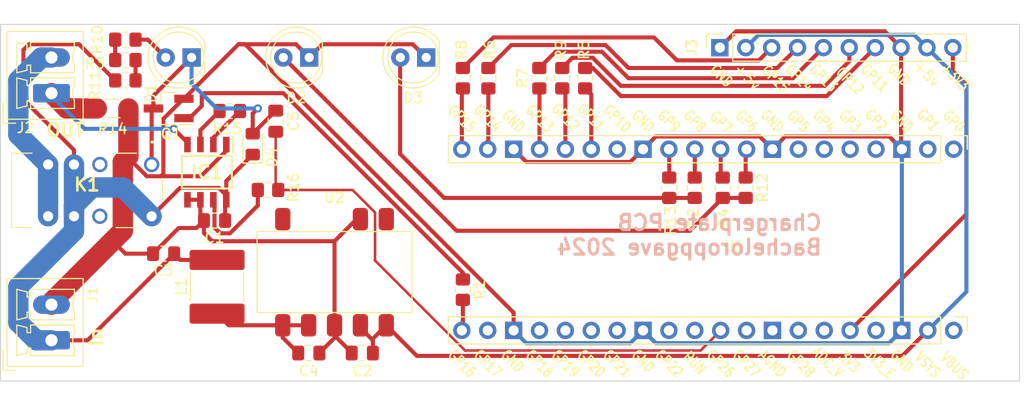
<source format=kicad_pcb>
(kicad_pcb (version 20221018) (generator pcbnew)
  (layers (0 "F.Cu" signal) (31 "B.Cu" signal) (34 "B.Paste" user) (35 "F.Paste" user) (36 "B.SilkS" user "B.Silkscreen") (37 "F.SilkS" user "F.Silkscreen") (38 "B.Mask" user) (39 "F.Mask" user) (44 "Edge.Cuts" user))
  (net 0 "")
  (net 1 "+24V")
  (net 2 "GND")
  (net 3 "+5V")
  (net 4 "Net-(C4-Pad1)")
  (net 5 "Net-(U1-GPIO26_ADC0)")
  (net 6 "Net-(D1-K)")
  (net 7 "Net-(D1-A)")
  (net 8 "Net-(D2-A)")
  (net 9 "Net-(D3-A)")
  (net 10 "Net-(IC1-RG_1)")
  (net 11 "Net-(IC1-RG_2)")
  (net 12 "Net-(IC1-+IN)")
  (net 13 "Net-(IC1-VOUT)")
  (net 14 "Net-(J2-Pin_2)")
  (net 15 "Net-(J3-Pin_3)")
  (net 16 "Net-(J3-Pin_4)")
  (net 17 "Net-(J3-Pin_5)")
  (net 18 "Net-(J3-Pin_6)")
  (net 19 "Net-(J3-Pin_7)")
  (net 20 "Net-(J3-Pin_10)")
  (net 23 "Net-(Q1-G)")
  (net 24 "Net-(U1-GPIO16)")
  (net 25 "Net-(U1-GPIO8)")
  (net 26 "Net-(R11-Pad2)")
  (net 27 "Net-(R10-Pad1)")
  (net 28 "Net-(U1-GPIO7)")
  (net 29 "Net-(U1-GPIO11)")
  (net 30 "Net-(U1-GPIO14)")
  (net 31 "Net-(U1-GPIO13)")
  (net 32 "Net-(U1-GPIO15)")
  (net 33 "Net-(U1-GPIO12)")
  (net 34 "Net-(U1-GPIO6)")
  (net 35 "Net-(U1-GPIO9)")
  (footprint "Resistor_SMD:R_0805_2012Metric_Pad1.20x1.40mm_HandSolder" (layer "F.Cu") (at 163.87 40.78 -90)
    (fp_text reference "R13" (at 3.22 -0.13 90) (layer "F.SilkS") (effects (font (thickness 0.16))))
    (fp_text value "2kR")
    (pad "1" smd roundrect (at -1 0 270) (size 1.2 1.4) (layers "F.Cu" "F.Paste" "F.Mask") (roundrect_rratio 0.2083333333) (net 35 "Net-(U1-GPIO9)"))
    (pad "2" smd roundrect (at 1 0 270) (size 1.2 1.4) (layers "F.Cu" "F.Paste" "F.Mask") (roundrect_rratio 0.2083333333) (net 9 "Net-(D3-A)"))
  )
  (footprint "Package_TO_SOT_SMD:SOT-23_Handsoldering" (layer "F.Cu") (at 114.75 33 180)
    (fp_text reference "Q1" (at -0.25 -2.5 180) (layer "F.SilkS") (effects (font (thickness 0.16))))
    (fp_text value "AO3400A")
    (pad "1" smd rect (at -1.5 -0.95 180) (size 1.9 0.8) (layers "F.Cu" "F.Paste" "F.Mask") (net 23 "Net-(Q1-G)"))
    (pad "2" smd rect (at -1.5 0.95 180) (size 1.9 0.8) (layers "F.Cu" "F.Paste" "F.Mask") (net 2 "GND"))
    (pad "3" smd rect (at 1.5 0 180) (size 1.9 0.8) (layers "F.Cu" "F.Paste" "F.Mask") (net 6 "Net-(D1-K)"))
  )
  (footprint "Capacitor_SMD:C_2220_5650Metric_Pad1.97x5.40mm_HandSolder" (layer "F.Cu") (at 119.5 50.5 -90)
    (fp_text reference "L1" (at 0 3.5 90) (layer "F.SilkS") (effects (font (thickness 0.16))))
    (fp_text value "68uL")
    (pad "1" smd roundrect (at -2.6375 0 270) (size 1.975 5.4) (layers "F.Cu" "F.Paste" "F.Mask") (roundrect_rratio 0.1265817722) (net 1 "+24V"))
    (pad "2" smd roundrect (at 2.6375 0 270) (size 1.975 5.4) (layers "F.Cu" "F.Paste" "F.Mask") (roundrect_rratio 0.1265817722) (net 4 "Net-(C4-Pad1)"))
  )
  (footprint "Resistor_SMD:R_0805_2012Metric_Pad1.20x1.40mm_HandSolder" (layer "F.Cu") (at 146.12 30.03 90)
    (fp_text reference "R6" (at 2.78 0.13 90) (layer "F.SilkS") (effects (font (thickness 0.16))))
    (fp_text value "3k3R")
    (pad "1" smd roundrect (at -1 0 90) (size 1.2 1.4) (layers "F.Cu" "F.Paste" "F.Mask") (roundrect_rratio 0.2083333333) (net 30 "Net-(U1-GPIO14)"))
    (pad "2" smd roundrect (at 1 0 90) (size 1.2 1.4) (layers "F.Cu" "F.Paste" "F.Mask") (roundrect_rratio 0.2083333333) (net 16 "Net-(J3-Pin_4)"))
  )
  (footprint "Capacitor_SMD:C_0805_2012Metric_Pad1.18x1.45mm_HandSolder" (layer "F.Cu") (at 119.25 44 180)
    (fp_text reference "C1" (at 0 -1.68) (layer "F.SilkS") (effects (font (thickness 0.16))))
    (fp_text value "0.1uC")
    (pad "1" smd roundrect (at -1.0375 0 180) (size 1.175 1.45) (layers "F.Cu" "F.Paste" "F.Mask") (roundrect_rratio 0.2127659574) (net 1 "+24V"))
    (pad "2" smd roundrect (at 1.0375 0 180) (size 1.175 1.45) (layers "F.Cu" "F.Paste" "F.Mask") (roundrect_rratio 0.2127659574) (net 2 "GND"))
  )
  (footprint "Capacitor_SMD:C_0805_2012Metric_Pad1.18x1.45mm_HandSolder" (layer "F.Cu") (at 133.75 57)
    (fp_text reference "C2" (at 0 1.75) (layer "F.SilkS") (effects (font (thickness 0.16))))
    (fp_text value "22uC")
    (pad "1" smd roundrect (at -1.0375 0) (size 1.175 1.45) (layers "F.Cu" "F.Paste" "F.Mask") (roundrect_rratio 0.2127659574) (net 2 "GND"))
    (pad "2" smd roundrect (at 1.0375 0) (size 1.175 1.45) (layers "F.Cu" "F.Paste" "F.Mask") (roundrect_rratio 0.2127659574) (net 3 "+5V"))
  )
  (footprint "Resistor_SMD:R_0805_2012Metric_Pad1.20x1.40mm_HandSolder" (layer "F.Cu") (at 110.5 28.25 180)
    (fp_text reference "R3" (at 3 -0.35) (layer "F.SilkS") (effects (font (thickness 0.16))))
    (fp_text value "1kR")
    (pad "1" smd roundrect (at -1 0 180) (size 1.2 1.4) (layers "F.Cu" "F.Paste" "F.Mask") (roundrect_rratio 0.2083333333) (net 26 "Net-(R11-Pad2)"))
    (pad "2" smd roundrect (at 1 0 180) (size 1.2 1.4) (layers "F.Cu" "F.Paste" "F.Mask") (roundrect_rratio 0.2083333333) (net 27 "Net-(R10-Pad1)"))
  )
  (footprint "Resistor_SMD:R_0805_2012Metric_Pad1.20x1.40mm_HandSolder" (layer "F.Cu") (at 120.75 33.25 180)
    (fp_text reference "R15" (at 0.25 -1.75) (layer "F.SilkS") (effects (font (thickness 0.16))))
    (fp_text value "5k49R")
    (pad "1" smd roundrect (at -1 0 180) (size 1.2 1.4) (layers "F.Cu" "F.Paste" "F.Mask") (roundrect_rratio 0.2083333333) (net 10 "Net-(IC1-RG_1)"))
    (pad "2" smd roundrect (at 1 0 180) (size 1.2 1.4) (layers "F.Cu" "F.Paste" "F.Mask") (roundrect_rratio 0.2083333333) (net 11 "Net-(IC1-RG_2)"))
  )
  (footprint "Capacitor_SMD:C_0805_2012Metric_Pad1.18x1.45mm_HandSolder" (layer "F.Cu") (at 125.25 34.25 90)
    (fp_text reference "C5" (at 0 1.75 90) (layer "F.SilkS") (effects (font (thickness 0.16))))
    (fp_text value "0.1uC")
    (pad "1" smd roundrect (at -1.0375 0 90) (size 1.175 1.45) (layers "F.Cu" "F.Paste" "F.Mask") (roundrect_rratio 0.2127659574) (net 5 "Net-(U1-GPIO26_ADC0)"))
    (pad "2" smd roundrect (at 1.0375 0 90) (size 1.175 1.45) (layers "F.Cu" "F.Paste" "F.Mask") (roundrect_rratio 0.2127659574) (net 6 "Net-(D1-K)"))
  )
  (footprint "Resistor_SMD:R_0805_2012Metric_Pad1.20x1.40mm_HandSolder" (layer "F.Cu") (at 155.62 30.03 90)
    (fp_text reference "R5" (at 2.78 -0.12 90) (layer "F.SilkS") (effects (font (thickness 0.16))))
    (fp_text value "3k3R")
    (pad "1" smd roundrect (at -1 0 90) (size 1.2 1.4) (layers "F.Cu" "F.Paste" "F.Mask") (roundrect_rratio 0.2083333333) (net 29 "Net-(U1-GPIO11)"))
    (pad "2" smd roundrect (at 1 0 90) (size 1.2 1.4) (layers "F.Cu" "F.Paste" "F.Mask") (roundrect_rratio 0.2083333333) (net 19 "Net-(J3-Pin_7)"))
  )
  (footprint "Capacitor_SMD:C_0805_2012Metric_Pad1.18x1.45mm_HandSolder" (layer "F.Cu") (at 114.25 47.25 180)
    (fp_text reference "C3" (at 0 -1.68) (layer "F.SilkS") (effects (font (thickness 0.16))))
    (fp_text value "4.7uC")
    (pad "1" smd roundrect (at -1.0375 0 180) (size 1.175 1.45) (layers "F.Cu" "F.Paste" "F.Mask") (roundrect_rratio 0.2127659574) (net 1 "+24V"))
    (pad "2" smd roundrect (at 1.0375 0 180) (size 1.175 1.45) (layers "F.Cu" "F.Paste" "F.Mask") (roundrect_rratio 0.2127659574) (net 2 "GND"))
  )
  (footprint "Capacitor_SMD:C_0805_2012Metric_Pad1.18x1.45mm_HandSolder" (layer "F.Cu") (at 128.5 57)
    (fp_text reference "C4" (at 0 1.75) (layer "F.SilkS") (effects (font (thickness 0.16))))
    (fp_text value "4.7uC")
    (pad "1" smd roundrect (at -1.0375 0) (size 1.175 1.45) (layers "F.Cu" "F.Paste" "F.Mask") (roundrect_rratio 0.2127659574) (net 4 "Net-(C4-Pad1)"))
    (pad "2" smd roundrect (at 1.0375 0) (size 1.175 1.45) (layers "F.Cu" "F.Paste" "F.Mask") (roundrect_rratio 0.2127659574) (net 2 "GND"))
  )
  (footprint "Resistor_SMD:R_0805_2012Metric_Pad1.20x1.40mm_HandSolder" (layer "F.Cu") (at 153.37 30.03 90)
    (fp_text reference "R9" (at 2.78 -0.12 90) (layer "F.SilkS") (effects (font (thickness 0.16))))
    (fp_text value "3k3R")
    (pad "1" smd roundrect (at -1 0 90) (size 1.2 1.4) (layers "F.Cu" "F.Paste" "F.Mask") (roundrect_rratio 0.2083333333) (net 33 "Net-(U1-GPIO12)"))
    (pad "2" smd roundrect (at 1 0 90) (size 1.2 1.4) (layers "F.Cu" "F.Paste" "F.Mask") (roundrect_rratio 0.2083333333) (net 18 "Net-(J3-Pin_6)"))
  )
  (footprint "Connector_Phoenix_MC:PhoenixContact_MCV_1,5_2-G-3.5_1x02_P3.50mm_Vertical" (layer "F.Cu") (at 103.25 55.75 90)
    (fp_text reference "J1" (at 4.45 4.05 90) (layer "F.SilkS") (effects (font (thickness 0.16))))
    (fp_text value "24v in")
    (pad "1" thru_hole roundrect (at 0 0 90) (size 1.8 3.6) (drill 1.2) (layers "*.Cu" "*.Mask") (roundrect_rratio 0.1388888889) (net 1 "+24V"))
    (pad "2" thru_hole oval (at 3.5 0 90) (size 1.8 3.6) (drill 1.2) (layers "*.Cu" "*.Mask") (net 2 "GND"))
  )
  (footprint "LED_THT:LED_D5.0mm" (layer "F.Cu") (at 140.025 28 180)
    (fp_text reference "D3" (at 1.27 -3.96) (layer "F.SilkS") (effects (font (thickness 0.16))))
    (fp_text value "LED")
    (pad "1" thru_hole rect (at 0 0 180) (size 1.8 1.8) (drill 0.9) (layers "*.Cu" "*.Mask") (net 2 "GND"))
    (pad "2" thru_hole circle (at 2.54 0 180) (size 1.8 1.8) (drill 0.9) (layers "*.Cu" "*.Mask") (net 9 "Net-(D3-A)"))
  )
  (footprint "Resistor_SMD:R_0805_2012Metric_Pad1.20x1.40mm_HandSolder" (layer "F.Cu") (at 143.62 50.78 -90)
    (fp_text reference "R1" (at 0 -1.65 90) (layer "F.SilkS") (effects (font (thickness 0.16))))
    (fp_text value "3k3R")
    (pad "1" smd roundrect (at -1 0 270) (size 1.2 1.4) (layers "F.Cu" "F.Paste" "F.Mask") (roundrect_rratio 0.2083333333) (net 23 "Net-(Q1-G)"))
    (pad "2" smd roundrect (at 1 0 270) (size 1.2 1.4) (layers "F.Cu" "F.Paste" "F.Mask") (roundrect_rratio 0.2083333333) (net 24 "Net-(U1-GPIO16)"))
  )
  (footprint "Resistor_SMD:R_0805_2012Metric_Pad1.20x1.40mm_HandSolder" (layer "F.Cu") (at 166.37 40.78 -90)
    (fp_text reference "R2" (at 2.97 0.12 90) (layer "F.SilkS") (effects (font (thickness 0.16))))
    (fp_text value "2kR")
    (pad "1" smd roundrect (at -1 0 270) (size 1.2 1.4) (layers "F.Cu" "F.Paste" "F.Mask") (roundrect_rratio 0.2083333333) (net 25 "Net-(U1-GPIO8)"))
    (pad "2" smd roundrect (at 1 0 270) (size 1.2 1.4) (layers "F.Cu" "F.Paste" "F.Mask") (roundrect_rratio 0.2083333333) (net 9 "Net-(D3-A)"))
  )
  (footprint "Library:SOIC127P600X175-8N" (layer "F.Cu") (at 118.5 39.25 -90)
    (fp_text reference "IC1" (at 0 0) (layer "F.SilkS") (effects (font (size 1.27 1.27) (thickness 0.254))))
    (fp_text value "INA826AID" hide)
    (pad "1" smd rect (at -2.712 -1.905) (size 0.65 1.525) (layers "F.Cu" "F.Paste" "F.Mask") (net 2 "GND"))
    (pad "2" smd rect (at -2.712 -0.635) (size 0.65 1.525) (layers "F.Cu" "F.Paste" "F.Mask") (net 10 "Net-(IC1-RG_1)"))
    (pad "3" smd rect (at -2.712 0.635) (size 0.65 1.525) (layers "F.Cu" "F.Paste" "F.Mask") (net 11 "Net-(IC1-RG_2)"))
    (pad "4" smd rect (at -2.712 1.905) (size 0.65 1.525) (layers "F.Cu" "F.Paste" "F.Mask") (net 12 "Net-(IC1-+IN)"))
    (pad "5" smd rect (at 2.712 1.905) (size 0.65 1.525) (layers "F.Cu" "F.Paste" "F.Mask") (net 2 "GND"))
    (pad "6" smd rect (at 2.712 0.635) (size 0.65 1.525) (layers "F.Cu" "F.Paste" "F.Mask") (net 2 "GND"))
    (pad "7" smd rect (at 2.712 -0.635) (size 0.65 1.525) (layers "F.Cu" "F.Paste" "F.Mask") (net 13 "Net-(IC1-VOUT)"))
    (pad "8" smd rect (at 2.712 -1.905) (size 0.65 1.525) (layers "F.Cu" "F.Paste" "F.Mask") (net 1 "+24V"))
  )
  (footprint "Resistor_SMD:R_0805_2012Metric_Pad1.20x1.40mm_HandSolder" (layer "F.Cu") (at 143.62 30.03 90)
    (fp_text reference "R8" (at 2.78 -0.12 270) (layer "F.SilkS") (effects (font (thickness 0.16))))
    (fp_text value "3k3R")
    (pad "1" smd roundrect (at -1 0 90) (size 1.2 1.4) (layers "F.Cu" "F.Paste" "F.Mask") (roundrect_rratio 0.2083333333) (net 32 "Net-(U1-GPIO15)"))
    (pad "2" smd roundrect (at 1 0 90) (size 1.2 1.4) (layers "F.Cu" "F.Paste" "F.Mask") (roundrect_rratio 0.2083333333) (net 15 "Net-(J3-Pin_3)"))
  )
  (footprint "Resistor_SMD:R_0805_2012Metric_Pad1.20x1.40mm_HandSolder" (layer "F.Cu") (at 169.12 40.78 -90)
    (fp_text reference "R4" (at 2.97 -0.13 90) (layer "F.SilkS") (effects (font (thickness 0.16))))
    (fp_text value "2kR")
    (pad "1" smd roundrect (at -1 0 270) (size 1.2 1.4) (layers "F.Cu" "F.Paste" "F.Mask") (roundrect_rratio 0.2083333333) (net 28 "Net-(U1-GPIO7)"))
    (pad "2" smd roundrect (at 1 0 270) (size 1.2 1.4) (layers "F.Cu" "F.Paste" "F.Mask") (roundrect_rratio 0.2083333333) (net 8 "Net-(D2-A)"))
  )
  (footprint "Connector_Phoenix_MC:PhoenixContact_MCV_1,5_2-G-3.5_1x02_P3.50mm_Vertical" (layer "F.Cu") (at 103.25 31.5 90)
    (fp_text reference "J2" (at -3.4 -2.55 180) (layer "F.SilkS") (effects (font (thickness 0.16))))
    (fp_text value "24V out")
    (pad "1" thru_hole roundrect (at 0 0 90) (size 1.8 3.6) (drill 1.2) (layers "*.Cu" "*.Mask") (roundrect_rratio 0.1388888889) (net 12 "Net-(IC1-+IN)"))
    (pad "2" thru_hole oval (at 3.5 0 90) (size 1.8 3.6) (drill 1.2) (layers "*.Cu" "*.Mask") (net 14 "Net-(J2-Pin_2)"))
  )
  (footprint "Resistor_SMD:R_0805_2012Metric_Pad1.20x1.40mm_HandSolder" (layer "F.Cu") (at 110.5 30.25)
    (fp_text reference "R11" (at -3 0.5 90) (layer "F.SilkS") (effects (font (thickness 0.16))))
    (fp_text value "1kR")
    (pad "1" smd roundrect (at -1 0) (size 1.2 1.4) (layers "F.Cu" "F.Paste" "F.Mask") (roundrect_rratio 0.2083333333) (net 1 "+24V"))
    (pad "2" smd roundrect (at 1 0) (size 1.2 1.4) (layers "F.Cu" "F.Paste" "F.Mask") (roundrect_rratio 0.2083333333) (net 26 "Net-(R11-Pad2)"))
  )
  (footprint "Resistor_SMD:R_1206_3216Metric_Pad1.30x1.75mm_HandSolder" (layer "F.Cu") (at 109.25 33)
    (fp_text reference "R14" (at 0 2) (layer "F.SilkS") (effects (font (thickness 0.16))))
    (fp_text value "ShuntR")
    (pad "1" smd roundrect (at -1.55 0) (size 1.3 1.75) (layers "F.Cu" "F.Paste" "F.Mask") (roundrect_rratio 0.1923076923) (net 12 "Net-(IC1-+IN)"))
    (pad "2" smd roundrect (at 1.55 0) (size 1.3 1.75) (layers "F.Cu" "F.Paste" "F.Mask") (roundrect_rratio 0.1923076923) (net 2 "GND"))
  )
  (footprint "Resistor_SMD:R_0805_2012Metric_Pad1.20x1.40mm_HandSolder" (layer "F.Cu") (at 171.37 40.78 -90)
    (fp_text reference "R12" (at 0 -1.65 90) (layer "F.SilkS") (effects (font (thickness 0.16))))
    (fp_text value "2kR")
    (pad "1" smd roundrect (at -1 0 270) (size 1.2 1.4) (layers "F.Cu" "F.Paste" "F.Mask") (roundrect_rratio 0.2083333333) (net 34 "Net-(U1-GPIO6)"))
    (pad "2" smd roundrect (at 1 0 270) (size 1.2 1.4) (layers "F.Cu" "F.Paste" "F.Mask") (roundrect_rratio 0.2083333333) (net 8 "Net-(D2-A)"))
  )
  (footprint "Library:SVR10S05" (layer "F.Cu") (at 131.0254 41.5767)
    (fp_text reference "U2" (at -0.0254 0.1733 unlocked) (layer "F.SilkS") (effects (font (thickness 0.16))))
    (fp_text value "~")
    (pad "1" smd roundrect (at -5.08 12.7 180) (size 1.5 2.2) (layers "F.Cu" "F.Paste" "F.Mask") (net 4 "Net-(C4-Pad1)"))
    (pad "2" smd roundrect (at -2.54 12.7 180) (size 1.5 2.2) (layers "F.Cu" "F.Paste" "F.Mask") (net 4 "Net-(C4-Pad1)"))
    (pad "3" smd roundrect (at 0 12.7 180) (size 1.5 2.2) (layers "F.Cu" "F.Paste" "F.Mask") (net 2 "GND"))
    (pad "4" smd roundrect (at 2.54 12.7 180) (size 1.5 2.2) (layers "F.Cu" "F.Paste" "F.Mask") (net 3 "+5V"))
    (pad "5" smd roundrect (at 5.08 12.7 180) (size 1.5 2.2) (layers "F.Cu" "F.Paste" "F.Mask") (net 3 "+5V"))
    (pad "6" smd roundrect (at 5.08 2.286 180) (size 1.5 2.2) (layers "F.Cu" "F.Paste" "F.Mask"))
    (pad "7" smd roundrect (at 2.54 2.286 180) (size 1.5 2.2) (layers "F.Cu" "F.Paste" "F.Mask") (net 2 "GND"))
    (pad "10" smd roundrect (at -5.08 2.286 180) (size 1.5 2.2) (layers "F.Cu" "F.Paste" "F.Mask"))
  )
  (footprint "Diode_SMD:D_0805_2012Metric_Pad1.15x1.40mm_HandSolder" (layer "F.Cu") (at 123 36.5 90)
    (fp_text reference "D4" (at -1.3 1.9 90) (layer "F.SilkS") (effects (font (thickness 0.16))))
    (fp_text value "D")
    (pad "1" smd roundrect (at -1.025 0 90) (size 1.15 1.4) (layers "F.Cu" "F.Paste" "F.Mask") (roundrect_rratio 0.2173913043) (net 1 "+24V"))
    (pad "2" smd roundrect (at 1.025 0 90) (size 1.15 1.4) (layers "F.Cu" "F.Paste" "F.Mask") (roundrect_rratio 0.2173913043) (net 6 "Net-(D1-K)"))
  )
  (footprint "Library:G6S2DC12" (layer "F.Cu") (at 113.08 38.5 180)
    (fp_text reference "K1" (at 6.35 -1.97) (layer "F.SilkS") (effects (font (size 1.27 1.27) (thickness 0.254))))
    (fp_text value "G6S-2-DC24" hide)
    (pad "1" thru_hole circle (at 0 -5.08 180) (size 1.5 1.5) (drill 1) (layers "*.Cu" "*.Mask") (net 1 "+24V"))
    (pad "3" thru_hole circle (at 5.08 -5.08 180) (size 1.5 1.5) (drill 1) (layers "*.Cu" "*.Mask"))
    (pad "4" thru_hole circle (at 7.62 -5.08 180) (size 1.5 1.5) (drill 1) (layers "*.Cu" "*.Mask") (net 1 "+24V"))
    (pad "5" thru_hole circle (at 10.16 -5.08 180) (size 1.5 1.5) (drill 1) (layers "*.Cu" "*.Mask") (net 14 "Net-(J2-Pin_2)"))
    (pad "8" thru_hole circle (at 10.16 0 180) (size 1.5 1.5) (drill 1) (layers "*.Cu" "*.Mask") (net 14 "Net-(J2-Pin_2)"))
    (pad "9" thru_hole circle (at 7.62 0 180) (size 1.5 1.5) (drill 1) (layers "*.Cu" "*.Mask") (net 1 "+24V"))
    (pad "10" thru_hole circle (at 5.08 0 180) (size 1.5 1.5) (drill 1) (layers "*.Cu" "*.Mask"))
    (pad "12" thru_hole circle (at 0 0 180) (size 1.5 1.5) (drill 1) (layers "*.Cu" "*.Mask") (net 6 "Net-(D1-K)"))
  )
  (footprint "Resistor_SMD:R_0805_2012Metric_Pad1.20x1.40mm_HandSolder" (layer "F.Cu") (at 110.5 26.25)
    (fp_text reference "R10" (at -2.75 0 90) (layer "F.SilkS") (effects (font (thickness 0.16))))
    (fp_text value "1kR")
    (pad "1" smd roundrect (at -1 0) (size 1.2 1.4) (layers "F.Cu" "F.Paste" "F.Mask") (roundrect_rratio 0.2083333333) (net 27 "Net-(R10-Pad1)"))
    (pad "2" smd roundrect (at 1 0) (size 1.2 1.4) (layers "F.Cu" "F.Paste" "F.Mask") (roundrect_rratio 0.2083333333) (net 7 "Net-(D1-A)"))
  )
  (footprint "Library:Pico_pin_THT" (layer "F.Cu") (at 167.65 45.89 -90)
    (fp_text reference "U1" (at 0.61 -2.6) (layer "F.SilkS") (effects (font (thickness 0.16))))
    (fp_text value "Pico")
    (fp_text user "GND" (at 11.886 19.15 135) (layer "F.SilkS") (effects (font (size 1 0.8) (thickness 0.16) bold)))
    (fp_text user "GP1" (at -11.74 -21.6 135) (layer "F.SilkS") (effects (font (size 1 0.8) (thickness 0.16) bold)))
    (fp_text user "GP8" (at -11.64 1.27 135) (layer "F.SilkS") (effects (font (size 1 0.8) (thickness 0.16) bold)))
    (fp_text user "GP11" (at -12.04 11.43 135) (layer "F.SilkS") (effects (font (size 1 0.8) (thickness 0.16) bold)))
    (fp_text user "GND" (at 11.886 -19.05 135) (layer "F.SilkS") (effects (font (size 1 0.8) (thickness 0.16) bold)))
    (fp_text user "GP4" (at -11.64 -11.43 135) (layer "F.SilkS") (effects (font (size 1 0.8) (thickness 0.16) bold)))
    (fp_text user "3V3" (at 11.986 -13.9 135) (layer "F.SilkS") (effects (font (size 1 0.8) (thickness 0.16) bold)))
    (fp_text user "VSYS" (at 12.286 -21.59 135) (layer "F.SilkS") (effects (font (size 1 0.8) (thickness 0.16) bold)))
    (fp_text user "GP20" (at 12.14 11.43 135) (layer "F.SilkS") (effects (font (size 1 0.8) (thickness 0.16) bold)))
    (fp_text user "GP15" (at -11.894 24.13 135) (layer "F.SilkS") (effects (font (size 1 0.8) (thickness 0.16) bold)))
    (fp_text user "GP7" (at -11.54 -1.3 135) (layer "F.SilkS") (effects (font (size 1 0.8) (thickness 0.16) bold)))
    (fp_text user "GP5" (at -11.64 -8.89 135) (layer "F.SilkS") (effects (font (size 1 0.8) (thickness 0.16) bold)))
    (fp_text user "GND" (at -11.64 -19.05 135) (layer "F.SilkS") (effects (font (size 1 0.8) (thickness 0.16) bold)))
    (fp_text user "GP18" (at 12.14 16.51 135) (layer "F.SilkS") (effects (font (size 1 0.8) (thickness 0.16) bold)))
    (fp_text user "GP2" (at -11.74 -16.51 135) (layer "F.SilkS") (effects (font (size 1 0.8) (thickness 0.16) bold)))
    (fp_text user "GP19" (at 12.14 13.97 135) (layer "F.SilkS") (effects (font (size 1 0.8) (thickness 0.16) bold)))
    (fp_text user "GP26" (at 12.14 -1.27 135) (layer "F.SilkS") (effects (font (size 1 0.8) (thickness 0.16) bold)))
    (fp_text user "GP16" (at 12.14 24.13 135) (layer "F.SilkS") (effects (font (size 1 0.8) (thickness 0.16) bold)))
    (fp_text user "GP6" (at -11.64 -3.81 135) (layer "F.SilkS") (effects (font (size 1 0.8) (thickness 0.16) bold)))
    (fp_text user "VBUS" (at 12.386 -24.2 135) (layer "F.SilkS") (effects (font (size 1 0.8) (thickness 0.16) bold)))
    (fp_text user "GP3" (at -11.64 -13.97 135) (layer "F.SilkS") (effects (font (size 1 0.8) (thickness 0.16) bold)))
    (fp_text user "RUN" (at 12.086 1.27 135) (layer "F.SilkS") (effects (font (size 1 0.8) (thickness 0.16) bold)))
    (fp_text user "GP0" (at -11.64 -24.13 135) (layer "F.SilkS") (effects (font (size 1 0.8) (thickness 0.16) bold)))
    (fp_text user "GP9" (at -11.64 3.81 135) (layer "F.SilkS") (effects (font (size 1 0.8) (thickness 0.16) bold)))
    (fp_text user "GND" (at -11.64 -6.35 135) (layer "F.SilkS") (effects (font (size 1 0.8) (thickness 0.16) bold)))
    (fp_text user "GP28" (at 12.14 -9.144 135) (layer "F.SilkS") (effects (font (size 1 0.8) (thickness 0.16) bold)))
    (fp_text user "GP12" (at -12.04 13.97 135) (layer "F.SilkS") (effects (font (size 1 0.8) (thickness 0.16) bold)))
    (fp_text user "GND" (at -11.64 19.05 135) (layer "F.SilkS") (effects (font (size 1 0.8) (thickness 0.16) bold)))
    (fp_text user "GP13" (at -11.894 16.51 135) (layer "F.SilkS") (effects (font (size 1 0.8) (thickness 0.16) bold)))
    (fp_text user "GP22" (at 12.14 3.81 135) (layer "F.SilkS") (effects (font (size 1 0.8) (thickness 0.16) bold)))
    (fp_text user "AGND" (at 12.14 -6.35 135) (layer "F.SilkS") (effects (font (size 1 0.8) (thickness 0.16) bold)))
    (fp_text user "3V3_E" (at 12.11 -16.85 135) (layer "F.SilkS") (effects (font (size 1 0.8) (thickness 0.16) bold)))
    (fp_text user "GP27" (at 12.14 -3.8 135) (layer "F.SilkS") (effects (font (size 1 0.8) (thickness 0.16) bold)))
    (fp_text user "ADC_V" (at 12.01 -11.75 135) (layer "F.SilkS") (effects (font (size 1 0.8) (thickness 0.16) bold)))
    (fp_text user "GND" (at 11.886 6.35 135) (layer "F.SilkS") (effects (font (size 1 0.8) (thickness 0.16) bold)))
    (fp_text user "GP21" (at 12.14 8.9 135) (layer "F.SilkS") (effects (font (size 1 0.8) (thickness 0.16) bold)))
    (fp_text user "GP14" (at -11.94 21.59 135) (layer "F.SilkS") (effects (font (size 1 0.8) (thickness 0.16) bold)))
    (fp_text user "GND" (at -11.64 6.35 135) (layer "F.SilkS") (effects (font (size 1 0.8) (thickness 0.16) bold)))
    (fp_text user "GP10" (at -11.894 8.89 135) (layer "F.SilkS") (effects (font (size 1 0.8) (thickness 0.16) bold)))
    (fp_text user "GP17" (at 12.14 21.59 135) (layer "F.SilkS") (effects (font (size 1 0.8) (thickness 0.16) bold)))
    (pad "1" thru_hole oval (at -8.89 -24.13 270) (size 1.7 1.7) (drill 1) (layers "*.Cu" "*.Mask"))
    (pad "2" thru_hole oval (at -8.89 -21.59 270) (size 1.7 1.7) (drill 1) (layers "*.Cu" "*.Mask"))
    (pad "3" thru_hole rect (at -8.89 -19.05 270) (size 1.7 1.7) (drill 1) (layers "*.Cu" "*.Mask") (net 2 "GND"))
    (pad "4" thru_hole oval (at -8.89 -16.51 270) (size 1.7 1.7) (drill 1) (layers "*.Cu" "*.Mask"))
    (pad "5" thru_hole oval (at -8.89 -13.97 270) (size 1.7 1.7) (drill 1) (layers "*.Cu" "*.Mask"))
    (pad "6" thru_hole oval (at -8.89 -11.43 270) (size 1.7 1.7) (drill 1) (layers "*.Cu" "*.Mask"))
    (pad "7" thru_hole oval (at -8.89 -8.89 270) (size 1.7 1.7) (drill 1) (layers "*.Cu" "*.Mask"))
    (pad "8" thru_hole rect (at -8.89 -6.35 270) (size 1.7 1.7) (drill 1) (layers "*.Cu" "*.Mask") (net 2 "GND"))
    (pad "9" thru_hole oval (at -8.89 -3.81 270) (size 1.7 1.7) (drill 1) (layers "*.Cu" "*.Mask") (net 34 "Net-(U1-GPIO6)"))
    (pad "10" thru_hole oval (at -8.89 -1.27 270) (size 1.7 1.7) (drill 1) (layers "*.Cu" "*.Mask") (net 28 "Net-(U1-GPIO7)"))
    (pad "11" thru_hole oval (at -8.89 1.27 270) (size 1.7 1.7) (drill 1) (layers "*.Cu" "*.Mask") (net 25 "Net-(U1-GPIO8)"))
    (pad "12" thru_hole oval (at -8.89 3.81 270) (size 1.7 1.7) (drill 1) (layers "*.Cu" "*.Mask") (net 35 "Net-(U1-GPIO9)"))
    (pad "13" thru_hole rect (at -8.89 6.35 270) (size 1.7 1.7) (drill 1) (layers "*.Cu" "*.Mask") (net 2 "GND"))
    (pad "14" thru_hole oval (at -8.89 8.89 270) (size 1.7 1.7) (drill 1) (layers "*.Cu" "*.Mask"))
    (pad "15" thru_hole oval (at -8.89 11.43 270) (size 1.7 1.7) (drill 1) (layers "*.Cu" "*.Mask") (net 29 "Net-(U1-GPIO11)"))
    (pad "16" thru_hole oval (at -8.89 13.97 270) (size 1.7 1.7) (drill 1) (layers "*.Cu" "*.Mask") (net 33 "Net-(U1-GPIO12)"))
    (pad "17" thru_hole oval (at -8.89 16.51 270) (size 1.7 1.7) (drill 1) (layers "*.Cu" "*.Mask") (net 31 "Net-(U1-GPIO13)"))
    (pad "18" thru_hole rect (at -8.89 19.05 270) (size 1.7 1.7) (drill 1) (layers "*.Cu" "*.Mask") (net 2 "GND"))
    (pad "19" thru_hole oval (at -8.89 21.59 270) (size 1.7 1.7) (drill 1) (layers "*.Cu" "*.Mask") (net 30 "Net-(U1-GPIO14)"))
    (pad "20" thru_hole oval (at -8.89 24.13 270) (size 1.7 1.7) (drill 1) (layers "*.Cu" "*.Mask") (net 32 "Net-(U1-GPIO15)"))
    (pad "21" thru_hole oval (at 8.89 24.13 270) (size 1.7 1.7) (drill 1) (layers "*.Cu" "*.Mask") (net 24 "Net-(U1-GPIO16)"))
    (pad "22" thru_hole oval (at 8.89 21.59 270) (size 1.7 1.7) (drill 1) (layers "*.Cu" "*.Mask"))
    (pad "23" thru_hole rect (at 8.89 19.05 270) (size 1.7 1.7) (drill 1) (layers "*.Cu" "*.Mask") (net 2 "GND"))
    (pad "24" thru_hole oval (at 8.89 16.51 270) (size 1.7 1.7) (drill 1) (layers "*.Cu" "*.Mask"))
    (pad "25" thru_hole oval (at 8.89 13.97 270) (size 1.7 1.7) (drill 1) (layers "*.Cu" "*.Mask"))
    (pad "26" thru_hole oval (at 8.89 11.43 270) (size 1.7 1.7) (drill 1) (layers "*.Cu" "*.Mask"))
    (pad "27" thru_hole oval (at 8.89 8.89 270) (size 1.7 1.7) (drill 1) (layers "*.Cu" "*.Mask"))
    (pad "28" thru_hole rect (at 8.89 6.35 270) (size 1.7 1.7) (drill 1) (layers "*.Cu" "*.Mask") (net 2 "GND"))
    (pad "29" thru_hole oval (at 8.89 3.81 270) (size 1.7 1.7) (drill 1) (layers "*.Cu" "*.Mask"))
    (pad "30" thru_hole oval (at 8.89 1.27 270) (size 1.7 1.7) (drill 1) (layers "*.Cu" "*.Mask"))
    (pad "31" thru_hole oval (at 8.89 -1.27 270) (size 1.7 1.7) (drill 1) (layers "*.Cu" "*.Mask") (net 5 "Net-(U1-GPIO26_ADC0)"))
    (pad "32" thru_hole oval (at 8.89 -3.81 270) (size 1.7 1.7) (drill 1) (layers "*.Cu" "*.Mask"))
    (pad "33" thru_hole rect (at 8.89 -6.35 270) (size 1.7 1.7) (drill 1) (layers "*.Cu" "*.Mask"))
    (pad "34" thru_hole oval (at 8.89 -8.89 270) (size 1.7 1.7) (drill 1) (layers "*.Cu" "*.Mask"))
    (pad "35" thru_hole oval (at 8.89 -11.43 270) (size 1.7 1.7) (drill 1) (layers "*.Cu" "*.Mask"))
    (pad "36" thru_hole oval (at 8.89 -13.97 270) (size 1.7 1.7) (drill 1) (layers "*.Cu" "*.Mask") (net 20 "Net-(J3-Pin_10)"))
    (pad "37" thru_hole oval (at 8.89 -16.51 270) (size 1.7 1.7) (drill 1) (layers "*.Cu" "*.Mask"))
    (pad "38" thru_hole rect (at 8.89 -19.05 270) (size 1.7 1.7) (drill 1) (layers "*.Cu" "*.Mask") (net 2 "GND"))
    (pad "39" thru_hole oval (at 8.89 -21.59 270) (size 1.7 1.7) (drill 1) (layers "*.Cu" "*.Mask") (net 3 "+5V"))
    (pad "40" thru_hole oval (at 8.89 -24.13 270) (size 1.7 1.7) (drill 1) (layers "*.Cu" "*.Mask"))
  )
  (footprint "LED_THT:LED_D5.0mm" (layer "F.Cu") (at 128.54 28 180)
    (fp_text reference "D2" (at 1.27 -3.96) (layer "F.SilkS") (effects (font (thickness 0.16))))
    (fp_text value "LED")
    (pad "1" thru_hole rect (at 0 0 180) (size 1.8 1.8) (drill 0.9) (layers "*.Cu" "*.Mask") (net 2 "GND"))
    (pad "2" thru_hole circle (at 2.54 0 180) (size 1.8 1.8) (drill 0.9) (layers "*.Cu" "*.Mask") (net 8 "Net-(D2-A)"))
  )
  (footprint "Resistor_SMD:R_0805_2012Metric_Pad1.20x1.40mm_HandSolder" (layer "F.Cu") (at 124.5 41 180)
    (fp_text reference "R16" (at -2.5 0.25 90) (layer "F.SilkS") (effects (font (thickness 0.16))))
    (fp_text value "10kR")
    (pad "1" smd roundrect (at -1 0 180) (size 1.2 1.4) (layers "F.Cu" "F.Paste" "F.Mask") (roundrect_rratio 0.2083333333) (net 5 "Net-(U1-GPIO26_ADC0)"))
    (pad "2" smd roundrect (at 1 0 180) (size 1.2 1.4) (layers "F.Cu" "F.Paste" "F.Mask") (roundrect_rratio 0.2083333333) (net 13 "Net-(IC1-VOUT)"))
  )
  (footprint "Resistor_SMD:R_0805_2012Metric_Pad1.20x1.40mm_HandSolder" (layer "F.Cu") (at 151.12 30.03 90)
    (fp_text reference "R7" (at 0 -1.65 90) (layer "F.SilkS") (effects (font (thickness 0.16))))
    (fp_text value "3k3R")
    (pad "1" smd roundrect (at -1 0 90) (size 1.2 1.4) (layers "F.Cu" "F.Paste" "F.Mask") (roundrect_rratio 0.2083333333) (net 31 "Net-(U1-GPIO13)"))
    (pad "2" smd roundrect (at 1 0 90) (size 1.2 1.4) (layers "F.Cu" "F.Paste" "F.Mask") (roundrect_rratio 0.2083333333) (net 17 "Net-(J3-Pin_5)"))
  )
  (footprint "LED_THT:LED_D5.0mm" (layer "F.Cu") (at 117 28 180)
    (fp_text reference "D1" (at 4 -3.5 270) (layer "F.SilkS") (effects (font (thickness 0.16))))
    (fp_text value "LED")
    (pad "1" thru_hole rect (at 0 0 180) (size 1.8 1.8) (drill 0.9) (layers "*.Cu" "*.Mask") (net 6 "Net-(D1-K)"))
    (pad "2" thru_hole circle (at 2.54 0 180) (size 1.8 1.8) (drill 0.9) (layers "*.Cu" "*.Mask") (net 7 "Net-(D1-A)"))
  )
  (footprint "Connector_PinSocket_2.54mm:PinSocket_1x10_P2.54mm_Vertical" (layer "F.Cu") (at 168.84 27.03 90)
    (fp_text reference "J3" (at 0 -2.77 90) (layer "F.SilkS") (effects (font (thickness 0.16))))
    (fp_text value "Conn_01x10")
    (pad "1" thru_hole rect (at 0 0 90) (size 1.7 1.7) (drill 1) (layers "*.Cu" "*.Mask") (net 2 "GND"))
    (pad "2" thru_hole oval (at 0 2.54 90) (size 1.7 1.7) (drill 1) (layers "*.Cu" "*.Mask") (net 3 "+5V"))
    (pad "3" thru_hole oval (at 0 5.08 90) (size 1.7 1.7) (drill 1) (layers "*.Cu" "*.Mask") (net 15 "Net-(J3-Pin_3)"))
    (pad "4" thru_hole oval (at 0 7.62 90) (size 1.7 1.7) (drill 1) (layers "*.Cu" "*.Mask") (net 16 "Net-(J3-Pin_4)"))
    (pad "5" thru_hole oval (at 0 10.16 90) (size 1.7 1.7) (drill 1) (layers "*.Cu" "*.Mask") (net 17 "Net-(J3-Pin_5)"))
    (pad "6" thru_hole oval (at 0 12.7 90) (size 1.7 1.7) (drill 1) (layers "*.Cu" "*.Mask") (net 18 "Net-(J3-Pin_6)"))
    (pad "7" thru_hole oval (at 0 15.24 90) (size 1.7 1.7) (drill 1) (layers "*.Cu" "*.Mask") (net 19 "Net-(J3-Pin_7)"))
    (pad "8" thru_hole oval (at 0 17.78 90) (size 1.7 1.7) (drill 1) (layers "*.Cu" "*.Mask") (net 2 "GND"))
    (pad "9" thru_hole oval (at 0 20.32 90) (size 1.7 1.7) (drill 1) (layers "*.Cu" "*.Mask") (net 3 "+5V"))
    (pad "10" thru_hole oval (at 0 22.86 90) (size 1.7 1.7) (drill 1) (layers "*.Cu" "*.Mask") (net 20 "Net-(J3-Pin_10)"))
  )
  (gr_rect (start 98.25 24.75) (end 198.25 59.75) (stroke (width 0.1)) (fill none) (layer "Edge.Cuts"))
  (gr_text "Chargerplate PCB\nBacheloroppgave 2024" (at 179 47.5) (layer "B.SilkS") (effects (font (size 1.5 1.5) (thickness 0.3) bold) (justify left bottom mirror)))
  (gr_text "+5v" (at 187.6 28.9 315) (layer "F.SilkS") (effects (font (size 1 1) (thickness 0.16)) (justify left bottom)))
  (gr_text "GP14" (at 176.6 30 -45) (layer "F.SilkS") (effects (font (size 1 0.8) (thickness 0.16) bold)))
  (gr_text "GND" (at 186.4 29.7 315) (layer "F.SilkS") (effects (font (size 1 0.8) (thickness 0.16) bold)))
  (gr_text "In" (at 108.4 56.5 90) (layer "F.SilkS") (effects (font (size 1.3 1.3) (thickness 0.26) bold) (justify left bottom)))
  (gr_text "GP12" (at 181.6 30.3 -45) (layer "F.SilkS") (effects (font (size 1 0.8) (thickness 0.16) bold)))
  (gr_text "GP15" (at 174.3 30.1 -45) (layer "F.SilkS") (effects (font (size 1 0.8) (thickness 0.16) bold)))
  (gr_text "OUT" (at 102.6 35.9) (layer "F.SilkS") (effects (font (size 1.3 1.3) (thickness 0.26) bold) (justify left bottom)))
  (gr_text "+3V3" (at 191.9 29.9 315) (layer "F.SilkS") (effects (font (size 1 0.8) (thickness 0.16) bold)))
  (gr_text "GP13" (at 179 30 -45) (layer "F.SilkS") (effects (font (size 1 0.8) (thickness 0.16) bold)))
  (gr_text "+5v" (at 170 29.2 315) (layer "F.SilkS") (effects (font (size 1 1) (thickness 0.16)) (justify left bottom)))
  (gr_text "GP11" (at 184 30 -45) (layer "F.SilkS") (effects (font (size 1 0.8) (thickness 0.16) bold)))
  (gr_text "GND" (at 169 29.8 315) (layer "F.SilkS") (effects (font (size 1 0.8) (thickness 0.16) bold)))
  (segment (start 115.9 47.8625) (end 115.2875 47.25) (width 0.4) (layer "F.Cu") (net 1))
  (segment (start 101.05 26.7) (end 100.5 27.25) (width 0.4) (layer "F.Cu") (net 1))
  (segment (start 105.95 26.7) (end 101.05 26.7) (width 0.4) (layer "F.Cu") (net 1))
  (segment (start 109.5 30.25) (end 105.95 26.7) (width 0.4) (layer "F.Cu") (net 1))
  (segment (start 119.5 47.8625) (end 115.9 47.8625) (width 0.4) (layer "F.Cu") (net 1))
  (segment (start 119.68 40.7995) (end 115.8605 40.7995) (width 0.4) (layer "F.Cu") (net 1))
  (segment (start 120.405 40.12) (end 120.405 41.962) (width 0.4) (layer "F.Cu") (net 1))
  (segment (start 100.5 32.119239) (end 105.46 37.079239) (width 0.4) (layer "F.Cu") (net 1))
  (segment (start 120.2875 42.0795) (end 120.405 41.962) (width 0.4) (layer "F.Cu") (net 1))
  (segment (start 115.2875 47.25) (end 106.7875 55.75) (width 0.4) (layer "F.Cu") (net 1))
  (segment (start 100.5 27.25) (end 100.5 32.119239) (width 0.4) (layer "F.Cu") (net 1))
  (segment (start 120.2875 44) (end 120.2875 42.0795) (width 0.4) (layer "F.Cu") (net 1))
  (segment (start 105.46 37.079239) (end 105.46 38.5) (width 0.4) (layer "F.Cu") (net 1))
  (segment (start 120.405 41.962) (end 120.405 41.5245) (width 0.4) (layer "F.Cu") (net 1))
  (segment (start 123 37.525) (end 120.405 40.12) (width 0.4) (layer "F.Cu") (net 1))
  (segment (start 106.7875 55.75) (end 103.25 55.75) (width 0.4) (layer "F.Cu") (net 1))
  (segment (start 120.405 41.5245) (end 119.68 40.7995) (width 0.4) (layer "F.Cu") (net 1))
  (segment (start 115.8605 40.7995) (end 113.08 43.58) (width 0.4) (layer "F.Cu") (net 1))
  (segment (start 113.08 43.58) (end 110.25 40.75) (width 2) (layer "B.Cu") (net 1))
  (segment (start 110.25 40.75) (end 107.22934 40.75) (width 2) (layer "B.Cu") (net 1))
  (segment (start 105.46 45.04) (end 105.46 38.5) (width 2) (layer "B.Cu") (net 1))
  (segment (start 107.22934 40.75) (end 105.46 42.51934) (width 2) (layer "B.Cu") (net 1))
  (segment (start 105.46 42.51934) (end 105.46 43.58) (width 2) (layer "B.Cu") (net 1))
  (segment (start 100 54) (end 100 50.5) (width 2) (layer "B.Cu") (net 1))
  (segment (start 103.25 55.75) (end 101.75 55.75) (width 2) (layer "B.Cu") (net 1))
  (segment (start 101.75 55.75) (end 100 54) (width 2) (layer "B.Cu") (net 1))
  (segment (start 100 50.5) (end 105.46 45.04) (width 2) (layer "B.Cu") (net 1))
  (segment (start 112.603654 39.65) (end 110.8 37.846346) (width 0.4) (layer "F.Cu") (net 2))
  (segment (start 116.595 41.962) (end 117.865 41.962) (width 0.4) (layer "F.Cu") (net 2))
  (segment (start 119.0254 46.0254) (end 118.2125 45.2125) (width 0.4) (layer "F.Cu") (net 2))
  (segment (start 162.55 35.75) (end 161.3 37) (width 0.4) (layer "F.Cu") (net 2))
  (segment (start 131.0254 46.0254) (end 119.0254 46.0254) (width 0.4) (layer "F.Cu") (net 2))
  (segment (start 110.25 38.25) (end 110.8 37.7) (width 2) (layer "F.Cu") (net 2))
  (segment (start 114 39.65) (end 112.603654 39.65) (width 0.4) (layer "F.Cu") (net 2))
  (segment (start 127.24 26.7) (end 128.54 28) (width 0.4) (layer "F.Cu") (net 2))
  (segment (start 138.7 26.7) (end 129.84 26.7) (width 0.4) (layer "F.Cu") (net 2))
  (segment (start 114.23 34.02) (end 114.23 39.42) (width 0.4) (layer "F.Cu") (net 2))
  (segment (start 110.8 37.7) (end 110.8 33) (width 2) (layer "F.Cu") (net 2))
  (segment (start 110.5 47.25) (end 109.25 46) (width 0.4) (layer "F.Cu") (net 2))
  (segment (start 133.1881 43.8627) (end 131.0254 46.0254) (width 0.4) (layer "F.Cu") (net 2))
  (segment (start 120.405 36.538) (end 120.405 37.1555) (width 0.4) (layer "F.Cu") (net 2))
  (segment (start 116.2 32.05) (end 114.23 34.02) (width 0.4) (layer "F.Cu") (net 2))
  (segment (start 120.405 37.1555) (end 117.9105 39.65) (width 0.4) (layer "F.Cu") (net 2))
  (segment (start 132.7125 57) (end 132.7125 56.9625) (width 0.4) (layer "F.Cu") (net 2))
  (segment (start 174 37) (end 172.75 35.75) (width 0.4) (layer "F.Cu") (net 2))
  (segment (start 117.865 43.6525) (end 118.2125 44) (width 0.4) (layer "F.Cu") (net 2))
  (segment (start 117.865 41.962) (end 117.865 43.6525) (width 0.4) (layer "F.Cu") (net 2))
  (segment (start 131.0254 54.2767) (end 131.0254 55.5121) (width 0.4) (layer "F.Cu") (net 2))
  (segment (start 117.9105 39.65) (end 114 39.65) (width 0.4) (layer "F.Cu") (net 2))
  (segment (start 175.25 35.75) (end 174 37) (width 0.4) (layer "F.Cu") (net 2))
  (segment (start 113.2125 47.25) (end 110.5 47.25) (width 0.4) (layer "F.Cu") (net 2))
  (segment (start 170.44 25.43) (end 168.84 27.03) (width 0.4) (layer "F.Cu") (net 2))
  (segment (start 103.25 52) (end 109.25 46) (width 2) (layer "F.Cu") (net 2))
  (segment (start 149.85 38.25) (end 148.6 37) (width 0.4) (layer "F.Cu") (net 2))
  (segment (start 172.75 35.75) (end 162.55 35.75) (width 0.4) (layer "F.Cu") (net 2))
  (segment (start 110.25 45) (end 110.25 38.25) (width 2) (layer "F.Cu") (net 2))
  (segment (start 186.62 27.03) (end 186.62 36.92) (width 0.4) (layer "F.Cu") (net 2))
  (segment (start 129.84 26.7) (end 128.54 28) (width 0.4) (layer "F.Cu") (net 2))
  (segment (start 116.25 32.05) (end 121.6 26.7) (width 0.4) (layer "F.Cu") (net 2))
  (segment (start 122.259239 26.7) (end 121.6 26.7) (width 0.4) (layer "F.Cu") (net 2))
  (segment (start 131.0254 55.5121) (end 129.5375 57) (width 0.4) (layer "F.Cu") (net 2))
  (segment (start 186.7 37) (end 185.45 35.75) (width 0.4) (layer "F.Cu") (net 2))
  (segment (start 131.0254 46.0254) (end 131.0254 54.2767) (width 0.4) (layer "F.Cu") (net 2))
  (segment (start 148.6 54.78) (end 148.6 53.040761) (width 0.4) (layer "F.Cu") (net 2))
  (segment (start 140 28) (end 138.7 26.7) (width 0.4) (layer "F.Cu") (net 2))
  (segment (start 116.25 32.05) (end 116.2 32.05) (width 0.4) (layer "F.Cu") (net 2))
  (segment (start 109.25 46) (end 110.25 45) (width 2) (layer "F.Cu") (net 2))
  (segment (start 160.05 38.25) (end 149.85 38.25) (width 0.4) (layer "F.Cu") (net 2))
  (segment (start 185.02 25.43) (end 170.44 25.43) (width 0.4) (layer "F.Cu") (net 2))
  (segment (start 103.25 52.25) (end 103.25 52) (width 2) (layer "F.Cu") (net 2))
  (segment (start 114.23 39.42) (end 114 39.65) (width 0.4) (layer "F.Cu") (net 2))
  (segment (start 186.62 27.03) (end 185.02 25.43) (width 0.4) (layer "F.Cu") (net 2))
  (segment (start 131.0254 55.2754) (end 131.0254 54.2767) (width 0.4) (layer "F.Cu") (net 2))
  (segment (start 118.2125 44) (end 117.4825 44.73) (width 0.4) (layer "F.Cu") (net 2))
  (segment (start 118.2125 45.2125) (end 118.2125 44) (width 0.4) (layer "F.Cu") (net 2))
  (segment (start 133.5654 43.8627) (end 133.1881 43.8627) (width 0.4) (layer "F.Cu") (net 2))
  (segment (start 117.4825 44.73) (end 115.7325 44.73) (width 0.4) (layer "F.Cu") (net 2))
  (segment (start 115.7325 44.73) (end 113.2125 47.25) (width 0.4) (layer "F.Cu") (net 2))
  (segment (start 148.6 53.040761) (end 122.259239 26.7) (width 0.4) (layer "F.Cu") (net 2))
  (segment (start 185.45 35.75) (end 175.25 35.75) (width 0.4) (layer "F.Cu") (net 2))
  (segment (start 186.62 36.92) (end 186.7 37) (width 0.4) (layer "F.Cu") (net 2))
  (segment (start 161.3 37) (end 160.05 38.25) (width 0.4) (layer "F.Cu") (net 2))
  (segment (start 132.7125 56.9625) (end 131.0254 55.2754) (width 0.4) (layer "F.Cu") (net 2))
  (segment (start 110.8 37.846346) (end 110.8 37.7) (width 0.4) (layer "F.Cu") (net 2))
  (segment (start 121.6 26.7) (end 127.24 26.7) (width 0.4) (layer "F.Cu") (net 2))
  (segment (start 149.85 56.03) (end 148.6 54.78) (width 0.4) (layer "B.Cu") (net 2))
  (segment (start 160.05 56.03) (end 149.85 56.03) (width 0.4) (layer "B.Cu") (net 2))
  (segment (start 162.55 56.03) (end 161.3 54.78) (width 0.4) (layer "B.Cu") (net 2))
  (segment (start 186.7 37) (end 186.7 54.78) (width 0.4) (layer "B.Cu") (net 2))
  (segment (start 185.45 56.03) (end 162.55 56.03) (width 0.4) (layer "B.Cu") (net 2))
  (segment (start 161.3 54.78) (end 160.05 56.03) (width 0.4) (layer "B.Cu") (net 2))
  (segment (start 186.7 54.78) (end 185.45 56.03) (width 0.4) (layer "B.Cu") (net 2))
  (segment (start 133.5654 54.5279) (end 134.7875 55.75) (width 0.4) (layer "F.Cu") (net 3))
  (segment (start 186.74 57.28) (end 139.1087 57.28) (width 0.4) (layer "F.Cu") (net 3))
  (segment (start 134.7875 57) (end 134.7875 55.75) (width 0.4) (layer "F.Cu") (net 3))
  (segment (start 133.5654 54.2767) (end 133.5654 54.5279) (width 0.4) (layer "F.Cu") (net 3))
  (segment (start 134.7875 55.75) (end 134.7875 55.5946) (width 0.4) (layer "F.Cu") (net 3))
  (segment (start 139.1087 57.28) (end 136.1054 54.2767) (width 0.4) (layer "F.Cu") (net 3))
  (segment (start 189.24 54.78) (end 186.74 57.28) (width 0.4) (layer "F.Cu") (net 3))
  (segment (start 134.7875 55.5946) (end 136.1054 54.2767) (width 0.4) (layer "F.Cu") (net 3))
  (segment (start 187.91 25.78) (end 189.16 27.03) (width 0.4) (layer "B.Cu") (net 3))
  (segment (start 189.16 27.03) (end 193.03 30.9) (width 0.4) (layer "B.Cu") (net 3))
  (segment (start 193.03 30.9) (end 193.03 50.99) (width 0.4) (layer "B.Cu") (net 3))
  (segment (start 172.63 25.78) (end 187.91 25.78) (width 0.4) (layer "B.Cu") (net 3))
  (segment (start 171.38 27.03) (end 172.63 25.78) (width 0.4) (layer "B.Cu") (net 3))
  (segment (start 193.03 50.99) (end 189.24 54.78) (width 0.4) (layer "B.Cu") (net 3))
  (segment (start 125.9454 54.2767) (end 128.4854 54.2767) (width 0.4) (layer "F.Cu") (net 4))
  (segment (start 125.9454 54.2767) (end 125.9454 55.4829) (width 0.4) (layer "F.Cu") (net 4))
  (segment (start 125.9454 55.4829) (end 127.4625 57) (width 0.4) (layer "F.Cu") (net 4))
  (segment (start 125.9454 54.2767) (end 120.6392 54.2767) (width 0.4) (layer "F.Cu") (net 4))
  (segment (start 120.6392 54.2767) (end 119.5 53.1375) (width 0.4) (layer "F.Cu") (net 4))
  (segment (start 125.25 35.2875) (end 125.25 40.75) (width 0.25) (layer "F.Cu") (net 5))
  (segment (start 125.5 41) (end 132.792649 41) (width 0.25) (layer "F.Cu") (net 5))
  (segment (start 132.792649 41) (end 135 43.207351) (width 0.25) (layer "F.Cu") (net 5))
  (segment (start 135 43.207351) (end 135 47.921701) (width 0.25) (layer "F.Cu") (net 5))
  (segment (start 135 47.921701) (end 143.828299 56.75) (width 0.25) (layer "F.Cu") (net 5))
  (segment (start 166.95 56.75) (end 168.92 54.78) (width 0.25) (layer "F.Cu") (net 5))
  (segment (start 143.828299 56.75) (end 166.95 56.75) (width 0.25) (layer "F.Cu") (net 5))
  (segment (start 125.25 40.75) (end 125.5 41) (width 0.25) (layer "F.Cu") (net 5))
  (segment (start 113.08 33.17) (end 113.25 33) (width 0.4) (layer "F.Cu") (net 6))
  (segment (start 113.25 31.75) (end 113.25 33) (width 0.4) (layer "F.Cu") (net 6))
  (segment (start 117 28) (end 113.25 31.75) (width 0.4) (layer "F.Cu") (net 6))
  (segment (start 123 35.475) (end 123 33.5) (width 0.4) (layer "F.Cu") (net 6))
  (segment (start 125.25 33.225) (end 123 35.475) (width 0.4) (layer "F.Cu") (net 6))
  (segment (start 125.25 33.2125) (end 125.25 33.225) (width 0.4) (layer "F.Cu") (net 6))
  (segment (start 123 33.5) (end 123.5 33) (width 0.4) (layer "F.Cu") (net 6))
  (segment (start 113.08 38.5) (end 113.08 33.17) (width 0.4) (layer "F.Cu") (net 6))
  (via (at 123.5 33) (size 0.8) (drill 0.4) (layers "F.Cu" "B.Cu") (net 6))
  (segment (start 117 30.54) (end 117 28) (width 0.4) (layer "B.Cu") (net 6))
  (segment (start 119.46 33) (end 117 30.54) (width 0.4) (layer "B.Cu") (net 6))
  (segment (start 123.5 33) (end 119.46 33) (width 0.4) (layer "B.Cu") (net 6))
  (segment (start 114.46 28) (end 112.71 26.25) (width 0.4) (layer "F.Cu") (net 7))
  (segment (start 112.71 26.25) (end 111.5 26.25) (width 0.4) (layer "F.Cu") (net 7))
  (segment (start 165.9 45) (end 169.12 41.78) (width 0.4) (layer "F.Cu") (net 8))
  (segment (start 171.37 41.78) (end 169.12 41.78) (width 0.4) (layer "F.Cu") (net 8))
  (segment (start 143 45) (end 126 28) (width 0.4) (layer "F.Cu") (net 8))
  (segment (start 143 45) (end 165.9 45) (width 0.4) (layer "F.Cu") (net 8))
  (segment (start 141.78 41.78) (end 163.87 41.78) (width 0.4) (layer "F.Cu") (net 9))
  (segment (start 166.37 41.78) (end 163.87 41.78) (width 0.4) (layer "F.Cu") (net 9))
  (segment (start 137.46 28) (end 137.46 37.46) (width 0.4) (layer "F.Cu") (net 9))
  (segment (start 137.46 37.46) (end 141.78 41.78) (width 0.4) (layer "F.Cu") (net 9))
  (segment (start 119.135 36.538) (end 119.135 35.865) (width 0.4) (layer "F.Cu") (net 10))
  (segment (start 119.135 35.865) (end 121.5 33.5) (width 0.4) (layer "F.Cu") (net 10))
  (segment (start 117.865 35.135) (end 117.865 36.538) (width 0.4) (layer "F.Cu") (net 11))
  (segment (start 119.75 33.25) (end 117.865 35.135) (width 0.4) (layer "F.Cu") (net 11))
  (segment (start 107.7 33) (end 104.75 33) (width 2) (layer "F.Cu") (net 12))
  (segment (start 104.75 33) (end 103.25 31.5) (width 2) (layer "F.Cu") (net 12))
  (segment (start 116.595 36.538) (end 116.595 36.345) (width 0.4) (layer "F.Cu") (net 12))
  (segment (start 116.595 36.345) (end 115.25 35) (width 0.4) (layer "F.Cu") (net 12))
  (via (at 115.25 35) (size 0.8) (drill 0.4) (layers "F.Cu" "B.Cu") (net 12))
  (segment (start 106.5 35) (end 103 31.5) (width 0.4) (layer "B.Cu") (net 12))
  (segment (start 115.25 35) (end 106.5 35) (width 0.4) (layer "B.Cu") (net 12))
  (segment (start 123.5 42.519239) (end 120.769239 45.25) (width 0.4) (layer "F.Cu") (net 13))
  (segment (start 120.769239 45.25) (end 119.805761 45.25) (width 0.4) (layer "F.Cu") (net 13))
  (segment (start 119.25 44.694239) (end 119.25 42.077) (width 0.4) (layer "F.Cu") (net 13))
  (segment (start 119.25 42.077) (end 119.135 41.962) (width 0.4) (layer "F.Cu") (net 13))
  (segment (start 119.805761 45.25) (end 119.25 44.694239) (width 0.4) (layer "F.Cu") (net 13))
  (segment (start 123.5 41) (end 123.5 42.519239) (width 0.4) (layer "F.Cu") (net 13))
  (segment (start 100 30.24939) (end 100 35.58) (width 2) (layer "B.Cu") (net 14))
  (segment (start 102.92 38.5) (end 102.92 43.58) (width 2) (layer "B.Cu") (net 14))
  (segment (start 102.24939 28) (end 100 30.24939) (width 2) (layer "B.Cu") (net 14))
  (segment (start 100 35.58) (end 102.92 38.5) (width 2) (layer "B.Cu") (net 14))
  (segment (start 103.25 28) (end 102.24939 28) (width 2) (layer "B.Cu") (net 14))
  (segment (start 164.62 28.28) (end 162.37 26.03) (width 0.4) (layer "F.Cu") (net 15))
  (segment (start 146.62 26.03) (end 143.62 29.03) (width 0.4) (layer "F.Cu") (net 15))
  (segment (start 173.92 27.03) (end 172.67 28.28) (width 0.4) (layer "F.Cu") (net 15))
  (segment (start 172.67 28.28) (end 164.62 28.28) (width 0.4) (layer "F.Cu") (net 15))
  (segment (start 162.37 26.03) (end 146.62 26.03) (width 0.4) (layer "F.Cu") (net 15))
  (segment (start 174.46 29.03) (end 159.87 29.03) (width 0.4) (layer "F.Cu") (net 16))
  (segment (start 159.87 29.03) (end 157.62 26.78) (width 0.4) (layer "F.Cu") (net 16))
  (segment (start 148.37 26.78) (end 146.12 29.03) (width 0.4) (layer "F.Cu") (net 16))
  (segment (start 176.46 27.03) (end 174.46 29.03) (width 0.4) (layer "F.Cu") (net 16))
  (segment (start 157.62 26.78) (end 148.37 26.78) (width 0.4) (layer "F.Cu") (net 16))
  (segment (start 176 30.03) (end 179 27.03) (width 0.4) (layer "F.Cu") (net 17))
  (segment (start 152.72 27.43) (end 157.27 27.43) (width 0.4) (layer "F.Cu") (net 17))
  (segment (start 151.12 29.03) (end 152.72 27.43) (width 0.4) (layer "F.Cu") (net 17))
  (segment (start 157.27 27.43) (end 159.87 30.03) (width 0.4) (layer "F.Cu") (net 17))
  (segment (start 159.87 30.03) (end 176 30.03) (width 0.4) (layer "F.Cu") (net 17))
  (segment (start 179.12 30.78) (end 181.54 28.36) (width 0.4) (layer "F.Cu") (net 18))
  (segment (start 156.37 28.03) (end 159.12 30.78) (width 0.4) (layer "F.Cu") (net 18))
  (segment (start 181.54 28.36) (end 181.54 27.03) (width 0.4) (layer "F.Cu") (net 18))
  (segment (start 159.12 30.78) (end 179.12 30.78) (width 0.4) (layer "F.Cu") (net 18))
  (segment (start 153.37 29.03) (end 154.37 28.03) (width 0.4) (layer "F.Cu") (net 18))
  (segment (start 154.37 28.03) (end 156.37 28.03) (width 0.4) (layer "F.Cu") (net 18))
  (segment (start 159.12 31.78) (end 179.33 31.78) (width 0.4) (layer "F.Cu") (net 19))
  (segment (start 179.33 31.78) (end 184.08 27.03) (width 0.4) (layer "F.Cu") (net 19))
  (segment (start 155.62 29.03) (end 156.37 29.03) (width 0.4) (layer "F.Cu") (net 19))
  (segment (start 156.37 29.03) (end 159.12 31.78) (width 0.4) (layer "F.Cu") (net 19))
  (segment (start 193.03 43.37) (end 181.62 54.78) (width 0.4) (layer "F.Cu") (net 20))
  (segment (start 191.7 27.03) (end 191.7 29.36) (width 0.4) (layer "F.Cu") (net 20))
  (segment (start 191.7 29.36) (end 193.03 30.69) (width 0.4) (layer "F.Cu") (net 20))
  (segment (start 193.03 30.69) (end 193.03 43.37) (width 0.4) (layer "F.Cu") (net 20))
  (segment (start 118 32.75) (end 116.8 33.95) (width 0.4) (layer "F.Cu") (net 23))
  (segment (start 118 31.75) (end 118 32.75) (width 0.4) (layer "F.Cu") (net 23))
  (segment (start 116.8 33.95) (end 116.25 33.95) (width 0.4) (layer "F.Cu") (net 23))
  (segment (start 143.62 49.12) (end 126 31.5) (width 0.4) (layer "F.Cu") (net 23))
  (segment (start 118.25 31.5) (end 118 31.75) (width 0.4) (layer "F.Cu") (net 23))
  (segment (start 143.62 49.78) (end 143.62 49.12) (width 0.4) (layer "F.Cu") (net 23))
  (segment (start 126 31.5) (end 118.25 31.5) (width 0.4) (layer "F.Cu") (net 23))
  (segment (start 143.62 51.78) (end 143.62 54.68) (width 0.4) (layer "F.Cu") (net 24))
  (segment (start 143.62 54.68) (end 143.52 54.78) (width 0.4) (layer "F.Cu") (net 24))
  (segment (start 166.38 37) (end 166.38 39.77) (width 0.4) (layer "F.Cu") (net 25))
  (segment (start 166.38 39.77) (end 166.37 39.78) (width 0.4) (layer "F.Cu") (net 25))
  (segment (start 111.5 28.25) (end 111.5 30.25) (width 0.4) (layer "F.Cu") (net 26))
  (segment (start 109.5 26.25) (end 109.5 28.25) (width 0.4) (layer "F.Cu") (net 27))
  (segment (start 168.92 39.58) (end 169.12 39.78) (width 0.4) (layer "F.Cu") (net 28))
  (segment (start 168.92 37) (end 168.92 39.58) (width 0.4) (layer "F.Cu") (net 28))
  (segment (start 155.62 31.03) (end 156.22 31.63) (width 0.4) (layer "F.Cu") (net 29))
  (segment (start 156.22 31.63) (end 156.22 37) (width 0.4) (layer "F.Cu") (net 29))
  (segment (start 146.06 36.227767) (end 146.06 37) (width 0.4) (layer "F.Cu") (net 30))
  (segment (start 146.12 31.03) (end 146.12 36.167767) (width 0.4) (layer "F.Cu") (net 30))
  (segment (start 146.12 36.167767) (end 146.06 36.227767) (width 0.4) (layer "F.Cu") (net 30))
  (segment (start 151.14 31.05) (end 151.14 37) (width 0.4) (layer "F.Cu") (net 31))
  (segment (start 151.12 31.03) (end 151.14 31.05) (width 0.4) (layer "F.Cu") (net 31))
  (segment (start 143.62 31.03) (end 143.52 31.13) (width 0.4) (layer "F.Cu") (net 32))
  (segment (start 143.52 31.13) (end 143.52 37) (width 0.4) (layer "F.Cu") (net 32))
  (segment (start 153.37 31.03) (end 153.68 31.34) (width 0.4) (layer "F.Cu") (net 33))
  (segment (start 153.68 31.34) (end 153.68 37) (width 0.4) (layer "F.Cu") (net 33))
  (segment (start 171.37 39.78) (end 171.37 37.09) (width 0.4) (layer "F.Cu") (net 34))
  (segment (start 171.37 37.09) (end 171.46 37) (width 0.4) (layer "F.Cu") (net 34))
  (segment (start 163.87 39.78) (end 163.87 37.03) (width 0.4) (layer "F.Cu") (net 35))
  (segment (start 163.87 37.03) (end 163.84 37) (width 0.4) (layer "F.Cu") (net 35))
)
</source>
